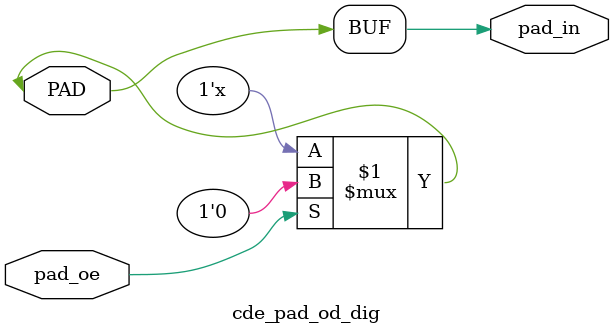
<source format=v>
/**********************************************************************/
/*                                                                    */
/*                                                                    */
/*   Copyright (c) 2012 Ouabache Design Works                         */
/*                                                                    */
/*          All Rights Reserved Worldwide                             */
/*                                                                    */
/*   Licensed under the Apache License,Version2.0 (the'License');     */
/*   you may not use this file except in compliance with the License. */
/*   You may obtain a copy of the License at                          */
/*                                                                    */
/*       http://www.apache.org/licenses/LICENSE-2.0                   */
/*                                                                    */
/*   Unless required by applicable law or agreed to in                */
/*   writing, software distributed under the License is               */
/*   distributed on an 'AS IS' BASIS, WITHOUT WARRANTIES              */
/*   OR CONDITIONS OF ANY KIND, either express or implied.            */
/*   See the License for the specific language governing              */
/*   permissions and limitations under the License.                   */
/**********************************************************************/
module  
cde_pad_od_dig(
inout   wire     PAD,
output  wire     pad_in,
input   wire     pad_oe
);
	   
assign           pad_in  = PAD;
assign           PAD     = pad_oe ? 1'b0  : 1'bz;
   


endmodule



</source>
